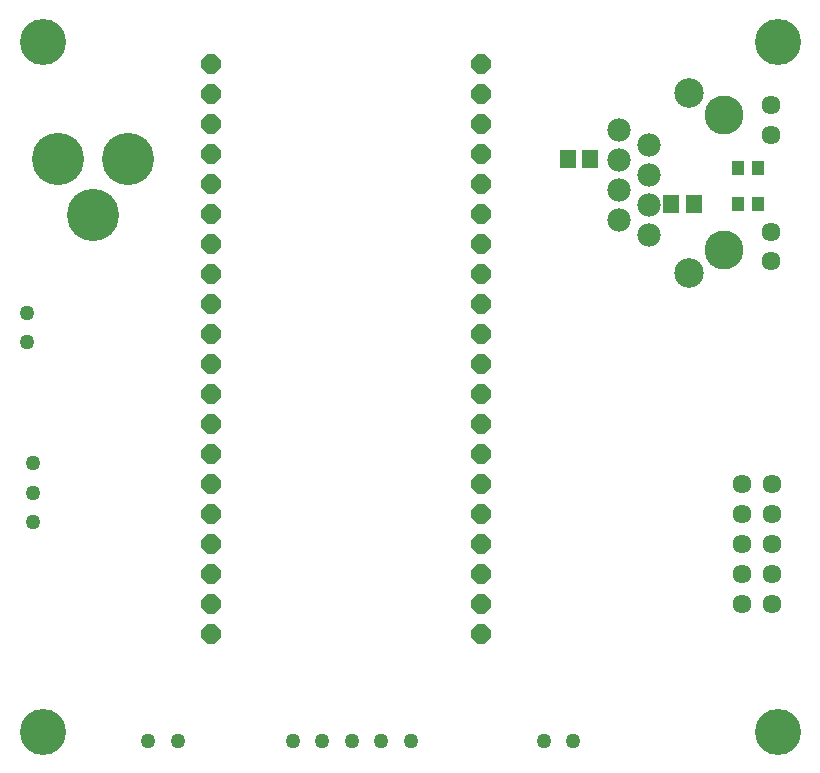
<source format=gbr>
G04 EAGLE Gerber X2 export*
%TF.Part,Single*%
%TF.FileFunction,Soldermask,Bot,1*%
%TF.FilePolarity,Negative*%
%TF.GenerationSoftware,Autodesk,EAGLE,9.1.1*%
%TF.CreationDate,2018-08-07T16:54:33Z*%
G75*
%MOMM*%
%FSLAX34Y34*%
%LPD*%
%AMOC8*
5,1,8,0,0,1.08239X$1,22.5*%
G01*
%ADD10C,3.901600*%
%ADD11R,1.401600X1.601600*%
%ADD12C,1.981200*%
%ADD13C,2.501600*%
%ADD14C,1.609600*%
%ADD15C,3.301600*%
%ADD16C,4.419600*%
%ADD17P,1.742215X8X22.500000*%
%ADD18R,1.101600X1.201600*%
%ADD19C,1.259600*%


D10*
X38100Y622300D03*
X38100Y38100D03*
X660400Y622300D03*
X660400Y38100D03*
D11*
X502000Y522660D03*
X483000Y522660D03*
D12*
X526350Y547010D03*
X551750Y534310D03*
X526350Y521610D03*
X526350Y496210D03*
X526350Y470810D03*
X551750Y508910D03*
X551750Y483510D03*
X551750Y458110D03*
D13*
X585200Y426360D03*
X585200Y578360D03*
D14*
X655200Y436360D03*
X655200Y568360D03*
X655200Y543360D03*
X655200Y461360D03*
D15*
X615250Y445410D03*
X615250Y559710D03*
D16*
X110800Y522460D03*
X50800Y522460D03*
X80800Y475460D03*
D17*
X180800Y603560D03*
X180800Y578160D03*
X180800Y552760D03*
X180800Y527360D03*
X180800Y501960D03*
X180800Y476560D03*
X180800Y451160D03*
X180800Y425760D03*
X180800Y400360D03*
X180800Y374960D03*
X180800Y349560D03*
X180800Y324160D03*
X180800Y298760D03*
X180800Y273360D03*
X180800Y247960D03*
X180800Y222560D03*
X180800Y197160D03*
X180800Y171760D03*
X180800Y146360D03*
X180800Y120960D03*
X409400Y120960D03*
X409400Y146360D03*
X409400Y171760D03*
X409400Y197160D03*
X409400Y222560D03*
X409400Y247960D03*
X409400Y273360D03*
X409400Y298760D03*
X409400Y324160D03*
X409400Y349560D03*
X409400Y374960D03*
X409400Y400360D03*
X409400Y425760D03*
X409400Y451160D03*
X409400Y476560D03*
X409400Y501960D03*
X409400Y527360D03*
X409400Y552760D03*
X409400Y578160D03*
X409400Y603560D03*
D14*
X655400Y146360D03*
X630000Y146360D03*
X655400Y171760D03*
X630000Y171760D03*
X655400Y197160D03*
X630000Y197160D03*
X655400Y222560D03*
X630000Y222560D03*
X655400Y247960D03*
X630000Y247960D03*
D11*
X570500Y485160D03*
X589500Y485160D03*
D18*
X626500Y485160D03*
X643500Y485160D03*
X626500Y515160D03*
X643500Y515160D03*
D19*
X25000Y367660D03*
X25000Y392660D03*
X350000Y30160D03*
X325000Y30160D03*
X300000Y30160D03*
X275000Y30160D03*
X250000Y30160D03*
X30000Y215160D03*
X30000Y240160D03*
X30000Y265160D03*
X487500Y30160D03*
X462500Y30160D03*
X152500Y30160D03*
X127500Y30160D03*
M02*

</source>
